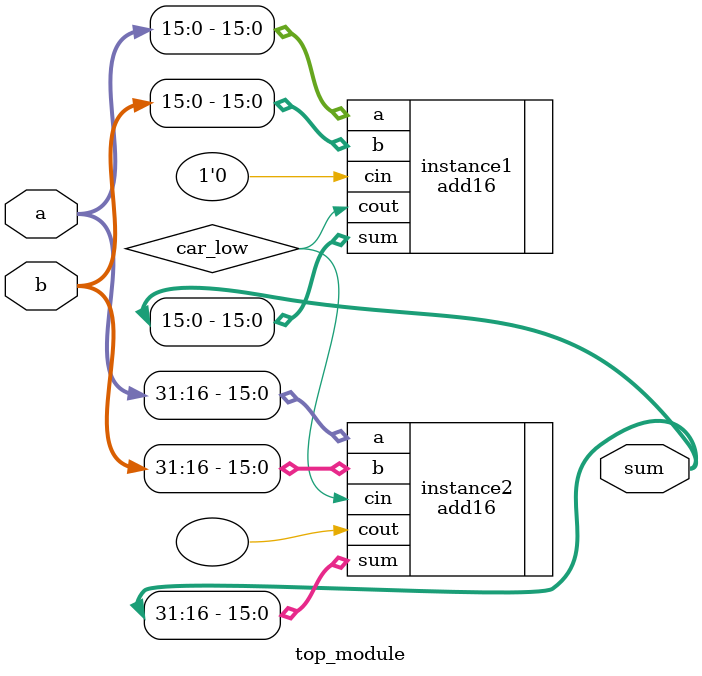
<source format=v>
module top_module(
    input [31:0] a,
    input [31:0] b,
    output [31:0] sum
);
    wire car_low;
    add16 instance1 ( .a(a[15:0]), .b(b[15:0]), .cin(1'b0), .cout(car_low), .sum(sum[15:0]) );
    add16 instance2 ( .a(a[31:16]), .b(b[31:16]), .cin(car_low), .cout(), .sum(sum[31:16]) );
    assign sum= { sum[31:16], sum[15:0] };
    

endmodule

</source>
